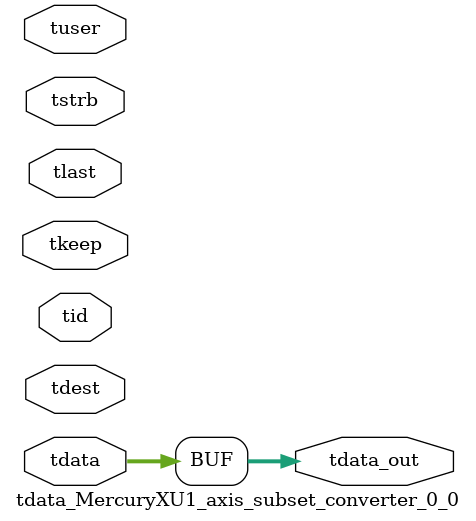
<source format=v>


`timescale 1ps/1ps

module tdata_MercuryXU1_axis_subset_converter_0_0 #
(
parameter C_S_AXIS_TDATA_WIDTH = 32,
parameter C_S_AXIS_TUSER_WIDTH = 0,
parameter C_S_AXIS_TID_WIDTH   = 0,
parameter C_S_AXIS_TDEST_WIDTH = 0,
parameter C_M_AXIS_TDATA_WIDTH = 32
)
(
input  [(C_S_AXIS_TDATA_WIDTH == 0 ? 1 : C_S_AXIS_TDATA_WIDTH)-1:0     ] tdata,
input  [(C_S_AXIS_TUSER_WIDTH == 0 ? 1 : C_S_AXIS_TUSER_WIDTH)-1:0     ] tuser,
input  [(C_S_AXIS_TID_WIDTH   == 0 ? 1 : C_S_AXIS_TID_WIDTH)-1:0       ] tid,
input  [(C_S_AXIS_TDEST_WIDTH == 0 ? 1 : C_S_AXIS_TDEST_WIDTH)-1:0     ] tdest,
input  [(C_S_AXIS_TDATA_WIDTH/8)-1:0 ] tkeep,
input  [(C_S_AXIS_TDATA_WIDTH/8)-1:0 ] tstrb,
input                                                                    tlast,
output [C_M_AXIS_TDATA_WIDTH-1:0] tdata_out
);

assign tdata_out = {tdata[31:0]};

endmodule


</source>
